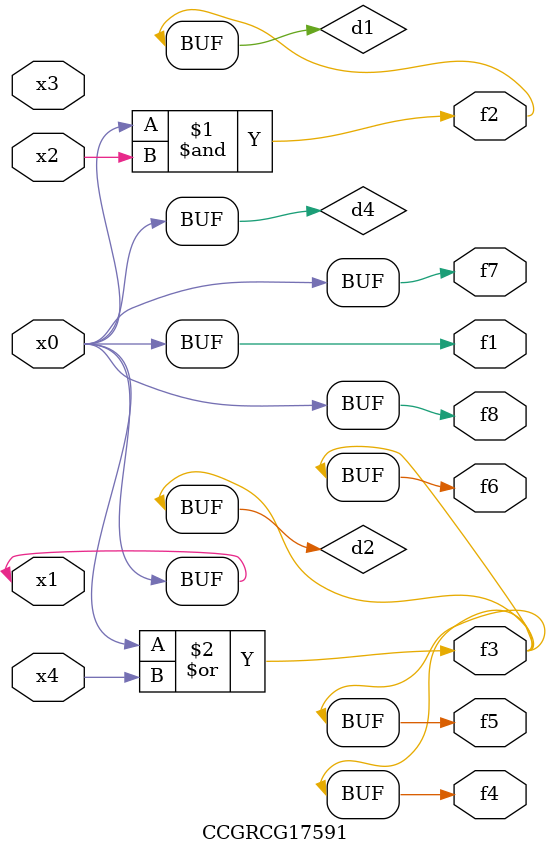
<source format=v>
module CCGRCG17591(
	input x0, x1, x2, x3, x4,
	output f1, f2, f3, f4, f5, f6, f7, f8
);

	wire d1, d2, d3, d4;

	and (d1, x0, x2);
	or (d2, x0, x4);
	nand (d3, x0, x2);
	buf (d4, x0, x1);
	assign f1 = d4;
	assign f2 = d1;
	assign f3 = d2;
	assign f4 = d2;
	assign f5 = d2;
	assign f6 = d2;
	assign f7 = d4;
	assign f8 = d4;
endmodule

</source>
